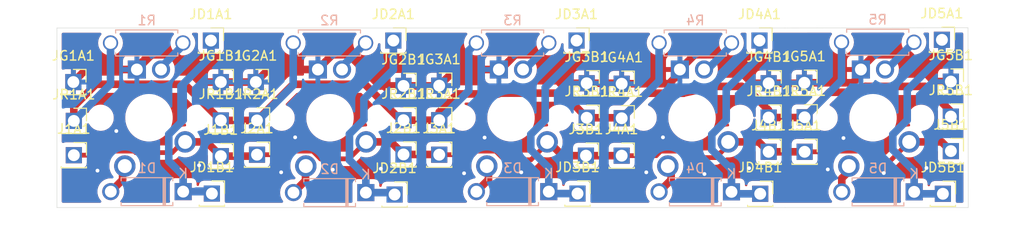
<source format=kicad_pcb>
(kicad_pcb (version 20190905) (host pcbnew "5.99.0-unknown-5b8661f~86~ubuntu18.04.1")
  (layers (0 "F.Cu" signal) (31 "B.Cu" signal) (34 "B.Paste" user) (35 "F.Paste" user) (36 "B.SilkS" user) (37 "F.SilkS" user) (38 "B.Mask" user) (39 "F.Mask" user) (44 "Edge.Cuts" user))
  (net 0 "")
  (net 1 "Net-(D4-Pad2)")
  (net 2 "Net-(D1-Pad2)")
  (net 3 "Net-(D3-Pad2)")
  (net 4 "Net-(D2-Pad2)")
  (net 5 "Net-(J1-Pad1)")
  (net 6 "Net-(D1-Pad1)")
  (net 7 "Net-(D4-Pad1)")
  (net 8 "Net-(D3-Pad1)")
  (net 9 "Net-(D2-Pad1)")
  (net 10 "Net-(J1-Pad3)")
  (net 11 "Net-(J2-Pad3)")
  (net 12 "Net-(J4-Pad3)")
  (net 13 "Net-(J3-Pad3)")
  (net 14 "/+5V")
  (net 15 "/GND")
  (net 16 "Net-(J5-Pad3)")
  (net 17 "Net-(D5-Pad2)")
  (net 18 "Net-(D5-Pad1)")
  (module "Connector_PinSocket_2.54mm:PinSocket_1x01_P2.54mm_Vertical" (layer "F.Cu") (at 112.8268 83.9978)
    (fp_text reference "JD5A1" (at 0 -2.77) (layer "F.SilkS"))
    (fp_text value "Conn_01x01_Female")
    (pad "1" thru_hole rect (at 0 0) (size 1.7 1.7) (drill 1.25) (layers *.Cu *.Mask) (net 18 "Net-(D5-Pad1)"))
  )
  (module "Connector_PinSocket_2.54mm:PinSocket_1x01_P2.54mm_Vertical" (layer "F.Cu") (at 98.3742 92.1512)
    (fp_text reference "JR5A1" (at 0 -2.77) (layer "F.SilkS"))
    (fp_text value "Conn_01x01_Female")
    (pad "1" thru_hole rect (at 0 0) (size 1.7 1.7) (drill 1.25) (layers *.Cu *.Mask) (net 14 "/+5V"))
  )
  (module "Connector_PinSocket_2.54mm:PinSocket_1x01_P2.54mm_Vertical" (layer "F.Cu") (at 113.7666 95.7072)
    (fp_text reference "J5B1" (at 0 -2.77) (layer "F.SilkS"))
    (fp_text value "Conn_01x01_Female")
    (pad "1" thru_hole rect (at 0 0) (size 1.7 1.7) (drill 1.25) (layers *.Cu *.Mask) (net 5 "Net-(J1-Pad1)"))
  )
  (module "Connector_PinSocket_2.54mm:PinSocket_1x01_P2.54mm_Vertical" (layer "F.Cu") (at 113.7666 92.075)
    (fp_text reference "JR5B1" (at 0 -2.77) (layer "F.SilkS"))
    (fp_text value "Conn_01x01_Female")
    (pad "1" thru_hole rect (at 0 0) (size 1.7 1.7) (drill 1.25) (layers *.Cu *.Mask) (net 14 "/+5V"))
  )
  (module "Connector_PinSocket_2.54mm:PinSocket_1x01_P2.54mm_Vertical" (layer "F.Cu") (at 113.7666 88.392)
    (fp_text reference "JG5B1" (at 0 -2.77) (layer "F.SilkS"))
    (fp_text value "Conn_01x01_Female")
    (pad "1" thru_hole rect (at 0 0) (size 1.7 1.7) (drill 1.25) (layers *.Cu *.Mask) (net 15 "/GND"))
  )
  (module "Connector_PinSocket_2.54mm:PinSocket_1x01_P2.54mm_Vertical" (layer "F.Cu") (at 98.3488 88.519)
    (fp_text reference "JG5A1" (at 0 -2.77) (layer "F.SilkS"))
    (fp_text value "Conn_01x01_Female")
    (pad "1" thru_hole rect (at 0 0) (size 1.7 1.7) (drill 1.25) (layers *.Cu *.Mask) (net 15 "/GND"))
  )
  (module "Connector_PinSocket_2.54mm:PinSocket_1x01_P2.54mm_Vertical" (layer "F.Cu") (at 98.3742 95.7834)
    (fp_text reference "J5A1" (at 0 -2.77) (layer "F.SilkS"))
    (fp_text value "Conn_01x01_Female")
    (pad "1" thru_hole rect (at 0 0) (size 1.7 1.7) (drill 1.25) (layers *.Cu *.Mask) (net 5 "Net-(J1-Pad1)"))
  )
  (module "Connector_PinSocket_2.54mm:PinSocket_1x01_P2.54mm_Vertical" (layer "F.Cu") (at 112.9284 100.203)
    (fp_text reference "JD5B1" (at 0 -2.77) (layer "F.SilkS"))
    (fp_text value "Conn_01x01_Female")
    (pad "1" thru_hole rect (at 0 0) (size 1.7 1.7) (drill 1.25) (layers *.Cu *.Mask) (net 18 "Net-(D5-Pad1)"))
  )
  (module "Diode_THT:D_A-405_P7.62mm_Horizontal" (layer "B.Cu") (at 109.9058 99.9998 180)
    (fp_text reference "D5" (at 3.81 2.47) (layer "B.SilkS") (effects (justify mirror)))
    (fp_text value "D")
    (fp_text user "K" (at 0 1.9) (layer "B.SilkS") (effects (justify mirror)))
    (pad "2" thru_hole oval (at 7.62 0 180) (size 1.8 1.8) (drill 1.25) (layers *.Cu *.Mask) (net 17 "Net-(D5-Pad2)"))
    (pad "1" thru_hole rect (at 0 0 180) (size 1.8 1.8) (drill 1.25) (layers *.Cu *.Mask) (net 18 "Net-(D5-Pad1)"))
  )
  (module "MX_Alps_Hybrid:MXOnly-1U" (layer "F.Cu") (at 105.56875 92.202 180)
    (fp_text reference "J5")
    (fp_text value "Conn_01x04_Female")
    (pad "" np_thru_hole circle (at 5.08 0 228.0996) (size 1.75 1.75) (drill 1.75) (layers *.Cu *.Mask))
    (pad "" np_thru_hole circle (at -5.08 0 228.0996) (size 1.75 1.75) (drill 1.75) (layers *.Cu *.Mask))
    (pad "4" thru_hole rect (at 1.27 5.08 180) (size 1.905 1.905) (drill 1.25) (layers *.Cu "B.Mask") (net 15 "/GND"))
    (pad "3" thru_hole circle (at -1.27 5.08 180) (size 1.905 1.905) (drill 1.25) (layers *.Cu "B.Mask") (net 16 "Net-(J5-Pad3)"))
    (pad "1" thru_hole circle (at -3.81 -2.54 180) (size 2.25 2.25) (drill 1.47) (layers *.Cu "B.Mask") (net 5 "Net-(J1-Pad1)"))
    (pad "" np_thru_hole circle (at 0 0 180) (size 3.9878 3.9878) (drill 3.9878) (layers *.Cu *.Mask))
    (pad "2" thru_hole circle (at 2.54 -5.08 180) (size 2.25 2.25) (drill 1.47) (layers *.Cu "B.Mask") (net 17 "Net-(D5-Pad2)"))
  )
  (module "Resistor_THT:R_Axial_DIN0207_L6.3mm_D2.5mm_P7.62mm_Horizontal" (layer "B.Cu") (at 109.8804 84.2518 180)
    (fp_text reference "R5" (at 3.81 2.37) (layer "B.SilkS") (effects (justify mirror)))
    (fp_text value "R1K")
    (pad "2" thru_hole oval (at 7.62 0 180) (size 1.6 1.6) (drill 1.25) (layers *.Cu *.Mask) (net 14 "/+5V"))
    (pad "1" thru_hole circle (at 0 0 180) (size 1.6 1.6) (drill 1.25) (layers *.Cu *.Mask) (net 16 "Net-(J5-Pad3)"))
  )
  (module "MX_Alps_Hybrid:MXOnly-1U" (layer "F.Cu") (at 29.36875 92.202 180)
    (fp_text reference "J1")
    (fp_text value "Conn_01x04_Female")
    (pad "" np_thru_hole circle (at 5.08 0 228.0996) (size 1.75 1.75) (drill 1.75) (layers *.Cu *.Mask))
    (pad "" np_thru_hole circle (at -5.08 0 228.0996) (size 1.75 1.75) (drill 1.75) (layers *.Cu *.Mask))
    (pad "4" thru_hole rect (at 1.27 5.08 180) (size 1.905 1.905) (drill 1.25) (layers *.Cu "B.Mask") (net 15 "/GND"))
    (pad "3" thru_hole circle (at -1.27 5.08 180) (size 1.905 1.905) (drill 1.25) (layers *.Cu "B.Mask") (net 10 "Net-(J1-Pad3)"))
    (pad "1" thru_hole circle (at -3.81 -2.54 180) (size 2.25 2.25) (drill 1.47) (layers *.Cu "B.Mask") (net 5 "Net-(J1-Pad1)"))
    (pad "" np_thru_hole circle (at 0 0 180) (size 3.9878 3.9878) (drill 3.9878) (layers *.Cu *.Mask))
    (pad "2" thru_hole circle (at 2.54 -5.08 180) (size 2.25 2.25) (drill 1.47) (layers *.Cu "B.Mask") (net 2 "Net-(D1-Pad2)"))
  )
  (module "Connector_PinSocket_2.54mm:PinSocket_1x01_P2.54mm_Vertical" (layer "F.Cu") (at 55.0926 84.074)
    (fp_text reference "JD2A1" (at 0 -2.77) (layer "F.SilkS"))
    (fp_text value "Conn_01x01_Female")
    (pad "1" thru_hole rect (at 0 0) (size 1.7 1.7) (drill 1.25) (layers *.Cu *.Mask) (net 9 "Net-(D2-Pad1)"))
  )
  (module "Connector_PinSocket_2.54mm:PinSocket_1x01_P2.54mm_Vertical" (layer "F.Cu") (at 56.1594 88.8492)
    (fp_text reference "JG2B1" (at 0 -2.77) (layer "F.SilkS"))
    (fp_text value "Conn_01x01_Female")
    (pad "1" thru_hole rect (at 0 0) (size 1.7 1.7) (drill 1.25) (layers *.Cu *.Mask) (net 15 "/GND"))
  )
  (module "Connector_PinSocket_2.54mm:PinSocket_1x01_P2.54mm_Vertical" (layer "F.Cu") (at 56.1594 96.0628)
    (fp_text reference "J2B1" (at 0 -2.77) (layer "F.SilkS"))
    (fp_text value "Conn_01x01_Female")
    (pad "1" thru_hole rect (at 0 0) (size 1.7 1.7) (drill 1.25) (layers *.Cu *.Mask) (net 5 "Net-(J1-Pad1)"))
  )
  (module "Connector_PinSocket_2.54mm:PinSocket_1x01_P2.54mm_Vertical" (layer "F.Cu") (at 75.3618 96.1898)
    (fp_text reference "J3B1" (at 0 -2.77) (layer "F.SilkS"))
    (fp_text value "Conn_01x01_Female")
    (pad "1" thru_hole rect (at 0 0) (size 1.7 1.7) (drill 1.25) (layers *.Cu *.Mask) (net 5 "Net-(J1-Pad1)"))
  )
  (module "Connector_PinSocket_2.54mm:PinSocket_1x01_P2.54mm_Vertical" (layer "F.Cu") (at 74.4728 100.1776)
    (fp_text reference "JD3B1" (at 0 -2.77) (layer "F.SilkS"))
    (fp_text value "Conn_01x01_Female")
    (pad "1" thru_hole rect (at 0 0) (size 1.7 1.7) (drill 1.25) (layers *.Cu *.Mask) (net 8 "Net-(D3-Pad1)"))
  )
  (module "Connector_PinSocket_2.54mm:PinSocket_1x01_P2.54mm_Vertical" (layer "F.Cu") (at 74.3712 84.074)
    (fp_text reference "JD3A1" (at 0 -2.77) (layer "F.SilkS"))
    (fp_text value "Conn_01x01_Female")
    (pad "1" thru_hole rect (at 0 0) (size 1.7 1.7) (drill 1.25) (layers *.Cu *.Mask) (net 8 "Net-(D3-Pad1)"))
  )
  (module "Connector_PinSocket_2.54mm:PinSocket_1x01_P2.54mm_Vertical" (layer "F.Cu") (at 59.9186 96.0882)
    (fp_text reference "J3A1" (at 0 -2.77) (layer "F.SilkS"))
    (fp_text value "Conn_01x01_Female")
    (pad "1" thru_hole rect (at 0 0) (size 1.7 1.7) (drill 1.25) (layers *.Cu *.Mask) (net 5 "Net-(J1-Pad1)"))
  )
  (module "Connector_PinSocket_2.54mm:PinSocket_1x01_P2.54mm_Vertical" (layer "F.Cu") (at 59.9186 92.456)
    (fp_text reference "JR3A1" (at 0 -2.77) (layer "F.SilkS"))
    (fp_text value "Conn_01x01_Female")
    (pad "1" thru_hole rect (at 0 0) (size 1.7 1.7) (drill 1.25) (layers *.Cu *.Mask) (net 14 "/+5V"))
  )
  (module "Connector_PinSocket_2.54mm:PinSocket_1x01_P2.54mm_Vertical" (layer "F.Cu") (at 56.1594 92.456)
    (fp_text reference "JR2B1" (at 0 -2.77) (layer "F.SilkS"))
    (fp_text value "Conn_01x01_Female")
    (pad "1" thru_hole rect (at 0 0) (size 1.7 1.7) (drill 1.25) (layers *.Cu *.Mask) (net 14 "/+5V"))
  )
  (module "Connector_PinSocket_2.54mm:PinSocket_1x01_P2.54mm_Vertical" (layer "F.Cu") (at 59.9186 88.8238)
    (fp_text reference "JG3A1" (at 0 -2.77) (layer "F.SilkS"))
    (fp_text value "Conn_01x01_Female")
    (pad "1" thru_hole rect (at 0 0) (size 1.7 1.7) (drill 1.25) (layers *.Cu *.Mask) (net 15 "/GND"))
  )
  (module "Connector_PinSocket_2.54mm:PinSocket_1x01_P2.54mm_Vertical" (layer "F.Cu") (at 40.7416 92.4814)
    (fp_text reference "JR2A1" (at 0 -2.77) (layer "F.SilkS"))
    (fp_text value "Conn_01x01_Female")
    (pad "1" thru_hole rect (at 0 0) (size 1.7 1.7) (drill 1.25) (layers *.Cu *.Mask) (net 14 "/+5V"))
  )
  (module "Connector_PinSocket_2.54mm:PinSocket_1x01_P2.54mm_Vertical" (layer "F.Cu") (at 75.438 92.202)
    (fp_text reference "JR3B1" (at 0 -2.77) (layer "F.SilkS"))
    (fp_text value "Conn_01x01_Female")
    (pad "1" thru_hole rect (at 0 0) (size 1.7 1.7) (drill 1.25) (layers *.Cu *.Mask) (net 14 "/+5V"))
  )
  (module "Connector_PinSocket_2.54mm:PinSocket_1x01_P2.54mm_Vertical" (layer "F.Cu") (at 75.438 88.5698)
    (fp_text reference "JG3B1" (at 0 -2.77) (layer "F.SilkS"))
    (fp_text value "Conn_01x01_Female")
    (pad "1" thru_hole rect (at 0 0) (size 1.7 1.7) (drill 1.25) (layers *.Cu *.Mask) (net 15 "/GND"))
  )
  (module "Connector_PinSocket_2.54mm:PinSocket_1x01_P2.54mm_Vertical" (layer "F.Cu") (at 94.5896 92.1766)
    (fp_text reference "JR4B1" (at 0 -2.77) (layer "F.SilkS"))
    (fp_text value "Conn_01x01_Female")
    (pad "1" thru_hole rect (at 0 0) (size 1.7 1.7) (drill 1.25) (layers *.Cu *.Mask) (net 14 "/+5V"))
  )
  (module "Connector_PinSocket_2.54mm:PinSocket_1x01_P2.54mm_Vertical" (layer "F.Cu") (at 94.5896 95.7834)
    (fp_text reference "J4B1" (at 0 -2.77) (layer "F.SilkS"))
    (fp_text value "Conn_01x01_Female")
    (pad "1" thru_hole rect (at 0 0) (size 1.7 1.7) (drill 1.25) (layers *.Cu *.Mask) (net 5 "Net-(J1-Pad1)"))
  )
  (module "Connector_PinSocket_2.54mm:PinSocket_1x01_P2.54mm_Vertical" (layer "F.Cu") (at 40.7416 96.0882)
    (fp_text reference "J2A1" (at 0 -2.77) (layer "F.SilkS"))
    (fp_text value "Conn_01x01_Female")
    (pad "1" thru_hole rect (at 0 0) (size 1.7 1.7) (drill 1.25) (layers *.Cu *.Mask) (net 5 "Net-(J1-Pad1)"))
  )
  (module "Connector_PinSocket_2.54mm:PinSocket_1x01_P2.54mm_Vertical" (layer "F.Cu") (at 21.463 96.139)
    (fp_text reference "J1A1" (at 0 -2.77) (layer "F.SilkS"))
    (fp_text value "Conn_01x01_Female")
    (pad "1" thru_hole rect (at 0 0) (size 1.7 1.7) (drill 1.25) (layers *.Cu *.Mask) (net 5 "Net-(J1-Pad1)"))
  )
  (module "Connector_PinSocket_2.54mm:PinSocket_1x01_P2.54mm_Vertical" (layer "F.Cu") (at 35.8902 84.074)
    (fp_text reference "JD1A1" (at 0 -2.77) (layer "F.SilkS"))
    (fp_text value "Conn_01x01_Female")
    (pad "1" thru_hole rect (at 0 0) (size 1.7 1.7) (drill 1.25) (layers *.Cu *.Mask) (net 6 "Net-(D1-Pad1)"))
  )
  (module "Connector_PinSocket_2.54mm:PinSocket_1x01_P2.54mm_Vertical" (layer "F.Cu") (at 21.4122 88.4428)
    (fp_text reference "JG1A1" (at 0 -2.77) (layer "F.SilkS"))
    (fp_text value "Conn_01x01_Female")
    (pad "1" thru_hole rect (at 0 0) (size 1.7 1.7) (drill 1.25) (layers *.Cu *.Mask) (net 15 "/GND"))
  )
  (module "Connector_PinSocket_2.54mm:PinSocket_1x01_P2.54mm_Vertical" (layer "F.Cu") (at 21.463 92.5322)
    (fp_text reference "JR1A1" (at 0 -2.77) (layer "F.SilkS"))
    (fp_text value "Conn_01x01_Female")
    (pad "1" thru_hole rect (at 0 0) (size 1.7 1.7) (drill 1.25) (layers *.Cu *.Mask) (net 14 "/+5V"))
  )
  (module "Connector_PinSocket_2.54mm:PinSocket_1x01_P2.54mm_Vertical" (layer "F.Cu") (at 35.9918 100.1776)
    (fp_text reference "JD1B1" (at 0 -2.77) (layer "F.SilkS"))
    (fp_text value "Conn_01x01_Female")
    (pad "1" thru_hole rect (at 0 0) (size 1.7 1.7) (drill 1.25) (layers *.Cu *.Mask) (net 6 "Net-(D1-Pad1)"))
  )
  (module "Connector_PinSocket_2.54mm:PinSocket_1x01_P2.54mm_Vertical" (layer "F.Cu") (at 36.9316 96.2406)
    (fp_text reference "J1B1" (at 0 -2.77) (layer "F.SilkS"))
    (fp_text value "Conn_01x01_Female")
    (pad "1" thru_hole rect (at 0 0) (size 1.7 1.7) (drill 1.25) (layers *.Cu *.Mask) (net 5 "Net-(J1-Pad1)"))
  )
  (module "Connector_PinSocket_2.54mm:PinSocket_1x01_P2.54mm_Vertical" (layer "F.Cu") (at 36.9316 88.4428)
    (fp_text reference "JG1B1" (at 0 -2.77) (layer "F.SilkS"))
    (fp_text value "Conn_01x01_Female")
    (pad "1" thru_hole rect (at 0 0) (size 1.7 1.7) (drill 1.25) (layers *.Cu *.Mask) (net 15 "/GND"))
  )
  (module "Connector_PinSocket_2.54mm:PinSocket_1x01_P2.54mm_Vertical" (layer "F.Cu") (at 79.121 92.2528)
    (fp_text reference "JR4A1" (at 0 -2.77) (layer "F.SilkS"))
    (fp_text value "Conn_01x01_Female")
    (pad "1" thru_hole rect (at 0 0) (size 1.7 1.7) (drill 1.25) (layers *.Cu *.Mask) (net 14 "/+5V"))
  )
  (module "Connector_PinSocket_2.54mm:PinSocket_1x01_P2.54mm_Vertical" (layer "F.Cu") (at 93.7006 100.203)
    (fp_text reference "JD4B1" (at 0 -2.77) (layer "F.SilkS"))
    (fp_text value "Conn_01x01_Female")
    (pad "1" thru_hole rect (at 0 0) (size 1.7 1.7) (drill 1.25) (layers *.Cu *.Mask) (net 7 "Net-(D4-Pad1)"))
  )
  (module "Connector_PinSocket_2.54mm:PinSocket_1x01_P2.54mm_Vertical" (layer "F.Cu") (at 79.121 96.1898)
    (fp_text reference "J4A1" (at 0 -2.77) (layer "F.SilkS"))
    (fp_text value "Conn_01x01_Female")
    (pad "1" thru_hole rect (at 0 0) (size 1.7 1.7) (drill 1.25) (layers *.Cu *.Mask) (net 5 "Net-(J1-Pad1)"))
  )
  (module "Connector_PinSocket_2.54mm:PinSocket_1x01_P2.54mm_Vertical" (layer "F.Cu") (at 79.121 88.6206)
    (fp_text reference "JG4A1" (at 0 -2.77) (layer "F.SilkS"))
    (fp_text value "Conn_01x01_Female")
    (pad "1" thru_hole rect (at 0 0) (size 1.7 1.7) (drill 1.25) (layers *.Cu *.Mask) (net 15 "/GND"))
  )
  (module "Connector_PinSocket_2.54mm:PinSocket_1x01_P2.54mm_Vertical" (layer "F.Cu") (at 94.5896 88.5698)
    (fp_text reference "JG4B1" (at 0 -2.77) (layer "F.SilkS"))
    (fp_text value "Conn_01x01_Female")
    (pad "1" thru_hole rect (at 0 0) (size 1.7 1.7) (drill 1.25) (layers *.Cu *.Mask) (net 15 "/GND"))
  )
  (module "Connector_PinSocket_2.54mm:PinSocket_1x01_P2.54mm_Vertical" (layer "F.Cu") (at 93.6244 84.074)
    (fp_text reference "JD4A1" (at 0 -2.77) (layer "F.SilkS"))
    (fp_text value "Conn_01x01_Female")
    (pad "1" thru_hole rect (at 0 0) (size 1.7 1.7) (drill 1.25) (layers *.Cu *.Mask) (net 7 "Net-(D4-Pad1)"))
  )
  (module "Connector_PinSocket_2.54mm:PinSocket_1x01_P2.54mm_Vertical" (layer "F.Cu") (at 40.6146 88.4428)
    (fp_text reference "JG2A1" (at 0 -2.77) (layer "F.SilkS"))
    (fp_text value "Conn_01x01_Female")
    (pad "1" thru_hole rect (at 0 0) (size 1.7 1.7) (drill 1.25) (layers *.Cu *.Mask) (net 15 "/GND"))
  )
  (module "Connector_PinSocket_2.54mm:PinSocket_1x01_P2.54mm_Vertical" (layer "F.Cu") (at 55.2196 100.2792)
    (fp_text reference "JD2B1" (at 0 -2.77) (layer "F.SilkS"))
    (fp_text value "Conn_01x01_Female")
    (pad "1" thru_hole rect (at 0 0) (size 1.7 1.7) (drill 1.25) (layers *.Cu *.Mask) (net 9 "Net-(D2-Pad1)"))
  )
  (module "Connector_PinSocket_2.54mm:PinSocket_1x01_P2.54mm_Vertical" (layer "F.Cu") (at 36.9316 92.4814)
    (fp_text reference "JR1B1" (at 0 -2.77) (layer "F.SilkS"))
    (fp_text value "Conn_01x01_Female")
    (pad "1" thru_hole rect (at 0 0) (size 1.7 1.7) (drill 1.25) (layers *.Cu *.Mask) (net 14 "/+5V"))
  )
  (module "Diode_THT:D_A-405_P7.62mm_Horizontal" (layer "B.Cu") (at 52.197 100.076 180)
    (fp_text reference "D2" (at 3.81 2.47) (layer "B.SilkS") (effects (justify mirror)))
    (fp_text value "D")
    (fp_text user "K" (at 0 1.9) (layer "B.SilkS") (effects (justify mirror)))
    (pad "2" thru_hole oval (at 7.62 0 180) (size 1.8 1.8) (drill 1.25) (layers *.Cu *.Mask) (net 4 "Net-(D2-Pad2)"))
    (pad "1" thru_hole rect (at 0 0 180) (size 1.8 1.8) (drill 1.25) (layers *.Cu *.Mask) (net 9 "Net-(D2-Pad1)"))
  )
  (module "Diode_THT:D_A-405_P7.62mm_Horizontal" (layer "B.Cu") (at 71.4502 99.9744 180)
    (fp_text reference "D3" (at 3.81 2.47) (layer "B.SilkS") (effects (justify mirror)))
    (fp_text value "D")
    (fp_text user "K" (at 0 1.9) (layer "B.SilkS") (effects (justify mirror)))
    (pad "2" thru_hole oval (at 7.62 0 180) (size 1.8 1.8) (drill 1.25) (layers *.Cu *.Mask) (net 3 "Net-(D3-Pad2)"))
    (pad "1" thru_hole rect (at 0 0 180) (size 1.8 1.8) (drill 1.25) (layers *.Cu *.Mask) (net 8 "Net-(D3-Pad1)"))
  )
  (module "Diode_THT:D_A-405_P7.62mm_Horizontal" (layer "B.Cu") (at 90.678 99.9998 180)
    (fp_text reference "D4" (at 3.81 2.47) (layer "B.SilkS") (effects (justify mirror)))
    (fp_text value "D")
    (fp_text user "K" (at 0 1.9) (layer "B.SilkS") (effects (justify mirror)))
    (pad "2" thru_hole oval (at 7.62 0 180) (size 1.8 1.8) (drill 1.25) (layers *.Cu *.Mask) (net 1 "Net-(D4-Pad2)"))
    (pad "1" thru_hole rect (at 0 0 180) (size 1.8 1.8) (drill 1.25) (layers *.Cu *.Mask) (net 7 "Net-(D4-Pad1)"))
  )
  (module "Diode_THT:D_A-405_P7.62mm_Horizontal" (layer "B.Cu") (at 32.9692 99.9744 180)
    (fp_text reference "D1" (at 3.81 2.47) (layer "B.SilkS") (effects (justify mirror)))
    (fp_text value "D")
    (fp_text user "K" (at 0 1.9) (layer "B.SilkS") (effects (justify mirror)))
    (pad "2" thru_hole oval (at 7.62 0 180) (size 1.8 1.8) (drill 1.25) (layers *.Cu *.Mask) (net 2 "Net-(D1-Pad2)"))
    (pad "1" thru_hole rect (at 0 0 180) (size 1.8 1.8) (drill 1.25) (layers *.Cu *.Mask) (net 6 "Net-(D1-Pad1)"))
  )
  (module "MX_Alps_Hybrid:MXOnly-1U" (layer "F.Cu") (at 67.46875 92.202 180)
    (fp_text reference "J3")
    (fp_text value "Conn_01x04_Female")
    (pad "" np_thru_hole circle (at 5.08 0 228.0996) (size 1.75 1.75) (drill 1.75) (layers *.Cu *.Mask))
    (pad "" np_thru_hole circle (at -5.08 0 228.0996) (size 1.75 1.75) (drill 1.75) (layers *.Cu *.Mask))
    (pad "4" thru_hole rect (at 1.27 5.08 180) (size 1.905 1.905) (drill 1.25) (layers *.Cu "B.Mask") (net 15 "/GND"))
    (pad "3" thru_hole circle (at -1.27 5.08 180) (size 1.905 1.905) (drill 1.25) (layers *.Cu "B.Mask") (net 13 "Net-(J3-Pad3)"))
    (pad "1" thru_hole circle (at -3.81 -2.54 180) (size 2.25 2.25) (drill 1.47) (layers *.Cu "B.Mask") (net 5 "Net-(J1-Pad1)"))
    (pad "" np_thru_hole circle (at 0 0 180) (size 3.9878 3.9878) (drill 3.9878) (layers *.Cu *.Mask))
    (pad "2" thru_hole circle (at 2.54 -5.08 180) (size 2.25 2.25) (drill 1.47) (layers *.Cu "B.Mask") (net 3 "Net-(D3-Pad2)"))
  )
  (module "MX_Alps_Hybrid:MXOnly-1U" (layer "F.Cu") (at 86.51875 92.202 180)
    (fp_text reference "J4")
    (fp_text value "Conn_01x04_Female")
    (pad "" np_thru_hole circle (at 5.08 0 228.0996) (size 1.75 1.75) (drill 1.75) (layers *.Cu *.Mask))
    (pad "" np_thru_hole circle (at -5.08 0 228.0996) (size 1.75 1.75) (drill 1.75) (layers *.Cu *.Mask))
    (pad "4" thru_hole rect (at 1.27 5.08 180) (size 1.905 1.905) (drill 1.25) (layers *.Cu "B.Mask") (net 15 "/GND"))
    (pad "3" thru_hole circle (at -1.27 5.08 180) (size 1.905 1.905) (drill 1.25) (layers *.Cu "B.Mask") (net 12 "Net-(J4-Pad3)"))
    (pad "1" thru_hole circle (at -3.81 -2.54 180) (size 2.25 2.25) (drill 1.47) (layers *.Cu "B.Mask") (net 5 "Net-(J1-Pad1)"))
    (pad "" np_thru_hole circle (at 0 0 180) (size 3.9878 3.9878) (drill 3.9878) (layers *.Cu *.Mask))
    (pad "2" thru_hole circle (at 2.54 -5.08 180) (size 2.25 2.25) (drill 1.47) (layers *.Cu "B.Mask") (net 1 "Net-(D4-Pad2)"))
  )
  (module "MX_Alps_Hybrid:MXOnly-1U" (layer "F.Cu") (at 48.41875 92.202 180)
    (fp_text reference "J2")
    (fp_text value "Conn_01x04_Female")
    (pad "" np_thru_hole circle (at 5.08 0 228.0996) (size 1.75 1.75) (drill 1.75) (layers *.Cu *.Mask))
    (pad "" np_thru_hole circle (at -5.08 0 228.0996) (size 1.75 1.75) (drill 1.75) (layers *.Cu *.Mask))
    (pad "4" thru_hole rect (at 1.27 5.08 180) (size 1.905 1.905) (drill 1.25) (layers *.Cu "B.Mask") (net 15 "/GND"))
    (pad "3" thru_hole circle (at -1.27 5.08 180) (size 1.905 1.905) (drill 1.25) (layers *.Cu "B.Mask") (net 11 "Net-(J2-Pad3)"))
    (pad "1" thru_hole circle (at -3.81 -2.54 180) (size 2.25 2.25) (drill 1.47) (layers *.Cu "B.Mask") (net 5 "Net-(J1-Pad1)"))
    (pad "" np_thru_hole circle (at 0 0 180) (size 3.9878 3.9878) (drill 3.9878) (layers *.Cu *.Mask))
    (pad "2" thru_hole circle (at 2.54 -5.08 180) (size 2.25 2.25) (drill 1.47) (layers *.Cu "B.Mask") (net 4 "Net-(D2-Pad2)"))
  )
  (module "Resistor_THT:R_Axial_DIN0207_L6.3mm_D2.5mm_P7.62mm_Horizontal" (layer "B.Cu") (at 71.4502 84.328 180)
    (fp_text reference "R3" (at 3.81 2.37) (layer "B.SilkS") (effects (justify mirror)))
    (fp_text value "R1K")
    (pad "2" thru_hole oval (at 7.62 0 180) (size 1.6 1.6) (drill 1.25) (layers *.Cu *.Mask) (net 14 "/+5V"))
    (pad "1" thru_hole circle (at 0 0 180) (size 1.6 1.6) (drill 1.25) (layers *.Cu *.Mask) (net 13 "Net-(J3-Pad3)"))
  )
  (module "Resistor_THT:R_Axial_DIN0207_L6.3mm_D2.5mm_P7.62mm_Horizontal" (layer "B.Cu") (at 90.678 84.328 180)
    (fp_text reference "R4" (at 3.81 2.37) (layer "B.SilkS") (effects (justify mirror)))
    (fp_text value "R1K")
    (pad "2" thru_hole oval (at 7.62 0 180) (size 1.6 1.6) (drill 1.25) (layers *.Cu *.Mask) (net 14 "/+5V"))
    (pad "1" thru_hole circle (at 0 0 180) (size 1.6 1.6) (drill 1.25) (layers *.Cu *.Mask) (net 12 "Net-(J4-Pad3)"))
  )
  (module "Resistor_THT:R_Axial_DIN0207_L6.3mm_D2.5mm_P7.62mm_Horizontal" (layer "B.Cu") (at 52.1716 84.328 180)
    (fp_text reference "R2" (at 3.81 2.37) (layer "B.SilkS") (effects (justify mirror)))
    (fp_text value "R1K")
    (pad "2" thru_hole oval (at 7.62 0 180) (size 1.6 1.6) (drill 1.25) (layers *.Cu *.Mask) (net 14 "/+5V"))
    (pad "1" thru_hole circle (at 0 0 180) (size 1.6 1.6) (drill 1.25) (layers *.Cu *.Mask) (net 11 "Net-(J2-Pad3)"))
  )
  (module "Resistor_THT:R_Axial_DIN0207_L6.3mm_D2.5mm_P7.62mm_Horizontal" (layer "B.Cu") (at 32.9438 84.328 180)
    (fp_text reference "R1" (at 3.81 2.37) (layer "B.SilkS") (effects (justify mirror)))
    (fp_text value "R1K")
    (pad "2" thru_hole oval (at 7.62 0 180) (size 1.6 1.6) (drill 1.25) (layers *.Cu *.Mask) (net 14 "/+5V"))
    (pad "1" thru_hole circle (at 0 0 180) (size 1.6 1.6) (drill 1.25) (layers *.Cu *.Mask) (net 10 "Net-(J1-Pad3)"))
  )
  (gr_line (start 115.5954 101.6508) (end 96.3168 101.6508) (layer "Edge.Cuts") (width 0.05))
  (gr_line (start 115.57 82.7278) (end 115.5954 101.6508) (layer "Edge.Cuts") (width 0.05))
  (gr_line (start 96.3168 82.7532) (end 115.57 82.7278) (layer "Edge.Cuts") (width 0.05))
  (gr_line (start 19.685 82.7532) (end 19.685 101.6508) (layer "Edge.Cuts") (width 0.05))
  (gr_line (start 96.3168 82.7532) (end 19.685 82.7532) (layer "Edge.Cuts") (width 0.05))
  (gr_line (start 19.685 101.6508) (end 96.3168 101.6508) (layer "Edge.Cuts") (width 0.05))
  (segment (start 109.9312 94.742) (end 112.8014 94.742) (width 0.8) (layer "F.Cu") (net 5))
  (segment (start 112.8014 94.742) (end 113.7666 95.7072) (width 0.8) (layer "F.Cu") (net 5))
  (segment (start 112.9284 100.203) (end 110.109 100.203) (width 0.8) (layer "B.Cu") (net 18))
  (segment (start 102.2858 99.9998) (end 102.2858 98.5774) (width 0.8) (layer "F.Cu") (net 17))
  (segment (start 102.2858 98.5774) (end 103.5812 97.282) (width 0.8) (layer "F.Cu") (net 17))
  (segment (start 107.3912 86.741) (end 109.8804 84.2518) (width 0.8) (layer "B.Cu") (net 16))
  (via (at 111.2012 97.4852) (size 0.8) (drill 0.4) (layers "F.Cu" "B.Cu") (net 15))
  (via (at 106.7054 98.0186) (size 0.8) (drill 0.4) (layers "F.Cu" "B.Cu") (net 15))
  (via (at 100.8126 97.6376) (size 0.8) (drill 0.4) (layers "F.Cu" "B.Cu") (net 15))
  (via (at 102.4636 94.3356) (size 0.8) (drill 0.4) (layers "F.Cu" "B.Cu") (net 15))
  (segment (start 94.5896 88.5698) (end 98.298 88.5698) (width 0.8) (layer "F.Cu") (net 15))
  (segment (start 112.1166 88.392) (end 113.7666 88.392) (width 0.8) (layer "F.Cu") (net 15))
  (segment (start 111.948598 88.392) (end 112.1166 88.392) (width 0.8) (layer "F.Cu") (net 15))
  (segment (start 98.3488 88.519) (end 103.4542 88.519) (width 0.8) (layer "F.Cu") (net 15))
  (segment (start 103.4542 88.519) (end 104.8512 87.122) (width 0.8) (layer "F.Cu") (net 15))
  (via (at 83.4644 94.2594) (size 0.8) (drill 0.4) (layers "F.Cu" "B.Cu") (net 15))
  (via (at 64.6938 94.2848) (size 0.8) (drill 0.4) (layers "F.Cu" "B.Cu") (net 15))
  (via (at 44.7548 94.2594) (size 0.8) (drill 0.4) (layers "F.Cu" "B.Cu") (net 15))
  (via (at 25.9334 93.599) (size 0.8) (drill 0.4) (layers "F.Cu" "B.Cu") (net 15))
  (via (at 34.6456 97.2058) (size 0.8) (drill 0.4) (layers "F.Cu" "B.Cu") (net 15))
  (via (at 53.7718 97.5614) (size 0.8) (drill 0.4) (layers "F.Cu" "B.Cu") (net 15))
  (via (at 92.5322 97.5106) (size 0.8) (drill 0.4) (layers "F.Cu" "B.Cu") (net 15))
  (via (at 87.8332 98.1202) (size 0.8) (drill 0.4) (layers "F.Cu" "B.Cu") (net 15))
  (via (at 81.7118 97.9424) (size 0.8) (drill 0.4) (layers "F.Cu" "B.Cu") (net 15))
  (via (at 68.5546 97.9424) (size 0.8) (drill 0.4) (layers "F.Cu" "B.Cu") (net 15))
  (via (at 62.5348 98.044) (size 0.8) (drill 0.4) (layers "F.Cu" "B.Cu") (net 15))
  (via (at 48.7172 97.663) (size 0.8) (drill 0.4) (layers "F.Cu" "B.Cu") (net 15))
  (via (at 43.2816 97.9424) (size 0.8) (drill 0.4) (layers "F.Cu" "B.Cu") (net 15))
  (via (at 23.9522 97.7646) (size 0.8) (drill 0.4) (layers "F.Cu" "B.Cu") (net 15))
  (segment (start 59.9186 88.8238) (end 61.6204 87.122) (width 0.8) (layer "F.Cu") (net 15))
  (segment (start 61.6204 87.122) (end 66.3702 87.122) (width 0.8) (layer "F.Cu") (net 15))
  (segment (start 75.438 88.5698) (end 72.655702 88.5698) (width 0.8) (layer "F.Cu") (net 15))
  (segment (start 72.655702 88.5698) (end 69.655401 85.569499) (width 0.8) (layer "F.Cu") (net 15))
  (segment (start 67.922701 85.569499) (end 66.3702 87.122) (width 0.8) (layer "F.Cu") (net 15))
  (segment (start 69.655401 85.569499) (end 67.922701 85.569499) (width 0.8) (layer "F.Cu") (net 15))
  (segment (start 31.149001 85.569499) (end 29.416301 85.569499) (width 0.8) (layer "F.Cu") (net 15))
  (segment (start 29.416301 85.569499) (end 27.8638 87.122) (width 0.8) (layer "F.Cu") (net 15))
  (segment (start 56.1594 88.8492) (end 53.681902 88.8492) (width 0.8) (layer "F.Cu") (net 15))
  (segment (start 53.681902 88.8492) (end 50.402201 85.569499) (width 0.8) (layer "F.Cu") (net 15))
  (segment (start 50.402201 85.569499) (end 48.669501 85.569499) (width 0.8) (layer "F.Cu") (net 15))
  (segment (start 48.669501 85.569499) (end 47.117 87.122) (width 0.8) (layer "F.Cu") (net 15))
  (segment (start 79.121 88.6206) (end 84.0994 88.6206) (width 0.8) (layer "F.Cu") (net 15))
  (segment (start 84.0994 88.6206) (end 85.598 87.122) (width 0.8) (layer "F.Cu") (net 15))
  (segment (start 75.438 88.5698) (end 79.0702 88.5698) (width 0.8) (layer "F.Cu") (net 15))
  (segment (start 56.1594 88.8492) (end 59.8932 88.8492) (width 0.8) (layer "F.Cu") (net 15))
  (segment (start 36.9316 88.4428) (end 40.6146 88.4428) (width 0.8) (layer "F.Cu") (net 15))
  (segment (start 27.8638 87.122) (end 22.733 87.122) (width 0.8) (layer "F.Cu") (net 15))
  (segment (start 22.733 87.122) (end 21.4122 88.4428) (width 0.8) (layer "F.Cu") (net 15))
  (segment (start 47.117 87.122) (end 41.9354 87.122) (width 0.8) (layer "F.Cu") (net 15))
  (segment (start 41.9354 87.122) (end 40.6146 88.4428) (width 0.8) (layer "F.Cu") (net 15))
  (segment (start 94.5896 92.1766) (end 98.3488 92.1766) (width 0.8) (layer "F.Cu") (net 14))
  (segment (start 98.3742 92.1512) (end 102.2604 88.265) (width 0.8) (layer "B.Cu") (net 14))
  (segment (start 102.2604 88.265) (end 102.2604 84.2518) (width 0.8) (layer "B.Cu") (net 14))
  (segment (start 79.121 92.2528) (end 81.75319 89.62061) (width 0.8) (layer "F.Cu") (net 14))
  (segment (start 85.610416 89.62061) (end 85.622927 89.608099) (width 0.8) (layer "F.Cu") (net 14))
  (segment (start 81.75319 89.62061) (end 85.610416 89.62061) (width 0.8) (layer "F.Cu") (net 14))
  (segment (start 40.7416 92.4814) (end 44.548499 88.674501) (width 0.8) (layer "F.Cu") (net 14))
  (segment (start 44.548499 88.674501) (end 52.092977 88.674501) (width 0.8) (layer "F.Cu") (net 14))
  (segment (start 52.092977 88.674501) (end 55.874476 92.456) (width 0.8) (layer "F.Cu") (net 14))
  (segment (start 21.463 91.0082) (end 23.796699 88.674501) (width 0.8) (layer "F.Cu") (net 14))
  (segment (start 21.463 92.5322) (end 21.463 91.0082) (width 0.8) (layer "F.Cu") (net 14))
  (segment (start 23.796699 88.674501) (end 32.788299 88.674501) (width 0.8) (layer "F.Cu") (net 14))
  (segment (start 83.058 88.3158) (end 79.121 92.2528) (width 0.8) (layer "B.Cu") (net 14))
  (segment (start 83.058 88.3158) (end 83.058 84.328) (width 0.8) (layer "B.Cu") (net 14))
  (segment (start 63.8302 84.328) (end 63.030201 85.127999) (width 0.8) (layer "B.Cu") (net 14))
  (segment (start 63.030201 85.127999) (end 63.030201 89.344399) (width 0.8) (layer "B.Cu") (net 14))
  (segment (start 63.030201 89.344399) (end 59.9186 92.456) (width 0.8) (layer "B.Cu") (net 14))
  (segment (start 75.438 92.202) (end 79.0702 92.202) (width 0.8) (layer "F.Cu") (net 14))
  (segment (start 56.1594 92.456) (end 59.9186 92.456) (width 0.8) (layer "F.Cu") (net 14))
  (segment (start 36.9316 92.4814) (end 40.7416 92.4814) (width 0.8) (layer "F.Cu") (net 14))
  (segment (start 40.844598 92.4814) (end 44.5516 88.774398) (width 0.8) (layer "B.Cu") (net 14))
  (segment (start 44.5516 88.774398) (end 44.5516 84.328) (width 0.8) (layer "B.Cu") (net 14))
  (segment (start 25.3238 84.328) (end 25.3238 88.6714) (width 0.8) (layer "B.Cu") (net 14))
  (segment (start 25.3238 88.6714) (end 21.463 92.5322) (width 0.8) (layer "B.Cu") (net 14))
  (segment (start 71.4502 84.582) (end 68.9102 87.122) (width 0.8) (layer "B.Cu") (net 13))
  (segment (start 90.678 84.582) (end 88.138 87.122) (width 0.8) (layer "B.Cu") (net 12))
  (segment (start 49.657 86.8426) (end 52.1716 84.328) (width 0.8) (layer "B.Cu") (net 11))
  (segment (start 32.9438 84.582) (end 30.4038 87.122) (width 0.8) (layer "B.Cu") (net 10))
  (segment (start 52.197 100.076) (end 55.0164 100.076) (width 0.8) (layer "B.Cu") (net 9))
  (segment (start 55.0926 84.074) (end 55.0926 87.135998) (width 0.8) (layer "B.Cu") (net 9))
  (segment (start 50.471999 96.650999) (end 52.197 98.376) (width 0.8) (layer "B.Cu") (net 9))
  (segment (start 55.0926 87.135998) (end 51.991999 90.236599) (width 0.8) (layer "B.Cu") (net 9))
  (segment (start 51.991999 90.236599) (end 51.991999 92.393999) (width 0.8) (layer "B.Cu") (net 9))
  (segment (start 51.991999 92.393999) (end 50.471999 93.913999) (width 0.8) (layer "B.Cu") (net 9))
  (segment (start 50.471999 93.913999) (end 50.471999 96.650999) (width 0.8) (layer "B.Cu") (net 9))
  (segment (start 52.197 98.376) (end 52.197 100.076) (width 0.8) (layer "B.Cu") (net 9))
  (segment (start 55.0926 84.074) (end 55.0926 85.424) (width 0.5) (layer "B.Cu") (net 9))
  (segment (start 55.0926 85.424) (end 54.792001 85.724599) (width 0.5) (layer "B.Cu") (net 9))
  (segment (start 74.4728 100.1776) (end 71.6534 100.1776) (width 0.8) (layer "B.Cu") (net 8))
  (segment (start 90.678 99.9998) (end 90.678 97.295002) (width 0.8) (layer "B.Cu") (net 7))
  (segment (start 90.8812 100.203) (end 93.7006 100.203) (width 0.8) (layer "B.Cu") (net 7))
  (segment (start 32.738799 92.435975) (end 32.738799 88.875401) (width 0.8) (layer "B.Cu") (net 6))
  (segment (start 32.738799 88.875401) (end 35.8902 85.724) (width 0.8) (layer "B.Cu") (net 6))
  (segment (start 32.9692 99.9744) (end 35.941 99.9744) (width 0.8) (layer "B.Cu") (net 6))
  (segment (start 34.3418 99.9236) (end 35.9918 99.9236) (width 0.8) (layer "B.Cu") (net 6))
  (segment (start 94.5896 95.7834) (end 98.3742 95.7834) (width 0.8) (layer "F.Cu") (net 5))
  (segment (start 99.7242 95.7834) (end 98.3742 95.7834) (width 0.5) (layer "F.Cu") (net 5))
  (segment (start 99.7242 95.7834) (end 99.8512 95.6564) (width 0.5) (layer "F.Cu") (net 5))
  (segment (start 27.813201 95.706999) (end 23.245001 95.706999) (width 0.5) (layer "F.Cu") (net 5))
  (segment (start 32.9438 94.742) (end 31.818801 95.866999) (width 0.5) (layer "F.Cu") (net 5))
  (segment (start 31.818801 95.866999) (end 27.973201 95.866999) (width 0.5) (layer "F.Cu") (net 5))
  (segment (start 27.973201 95.866999) (end 27.813201 95.706999) (width 0.5) (layer "F.Cu") (net 5))
  (segment (start 23.245001 95.706999) (end 22.813 96.139) (width 0.5) (layer "F.Cu") (net 5))
  (segment (start 22.813 96.139) (end 21.463 96.139) (width 0.5) (layer "F.Cu") (net 5))
  (segment (start 85.084001 95.706999) (end 83.236001 95.706999) (width 0.5) (layer "F.Cu") (net 5))
  (segment (start 79.121 96.1898) (end 82.7532 96.1898) (width 0.5) (layer "F.Cu") (net 5))
  (segment (start 82.7532 96.1898) (end 83.236001 95.706999) (width 0.5) (layer "F.Cu") (net 5))
  (segment (start 44.729601 95.706999) (end 46.603001 95.706999) (width 0.5) (layer "F.Cu") (net 5))
  (segment (start 40.7416 96.0882) (end 44.3484 96.0882) (width 0.5) (layer "F.Cu") (net 5))
  (segment (start 44.3484 96.0882) (end 44.729601 95.706999) (width 0.5) (layer "F.Cu") (net 5))
  (segment (start 65.856201 95.706999) (end 63.855399 95.706999) (width 0.5) (layer "F.Cu") (net 5))
  (segment (start 59.9186 96.0882) (end 63.474198 96.0882) (width 0.5) (layer "F.Cu") (net 5))
  (segment (start 63.474198 96.0882) (end 63.855399 95.706999) (width 0.5) (layer "F.Cu") (net 5))
  (segment (start 46.603001 95.706999) (end 47.422001 96.525999) (width 0.5) (layer "F.Cu") (net 5))
  (segment (start 47.422001 96.525999) (end 50.413001 96.525999) (width 0.5) (layer "F.Cu") (net 5))
  (segment (start 50.413001 96.525999) (end 52.197 94.742) (width 0.5) (layer "F.Cu") (net 5))
  (segment (start 89.0016 96.393) (end 85.770002 96.393) (width 0.5) (layer "F.Cu") (net 5))
  (segment (start 85.770002 96.393) (end 85.084001 95.706999) (width 0.5) (layer "F.Cu") (net 5))
  (segment (start 89.527601 95.866999) (end 89.0016 96.393) (width 0.5) (layer "F.Cu") (net 5))
  (segment (start 90.678 94.742) (end 89.553001 95.866999) (width 0.5) (layer "F.Cu") (net 5))
  (segment (start 89.553001 95.866999) (end 89.527601 95.866999) (width 0.5) (layer "F.Cu") (net 5))
  (segment (start 66.770802 96.6216) (end 69.5706 96.6216) (width 0.5) (layer "F.Cu") (net 5))
  (segment (start 69.5706 96.6216) (end 71.4502 94.742) (width 0.5) (layer "F.Cu") (net 5))
  (segment (start 65.856201 95.706999) (end 66.770802 96.6216) (width 0.5) (layer "F.Cu") (net 5))
  (segment (start 75.3618 96.1898) (end 72.898 96.1898) (width 0.8) (layer "F.Cu") (net 5))
  (segment (start 72.898 96.1898) (end 71.4502 94.742) (width 0.8) (layer "F.Cu") (net 5))
  (segment (start 75.3618 96.1898) (end 79.121 96.1898) (width 0.8) (layer "F.Cu") (net 5))
  (segment (start 56.1594 96.0628) (end 59.8932 96.0628) (width 0.8) (layer "F.Cu") (net 5))
  (segment (start 36.9316 96.2406) (end 40.5892 96.2406) (width 0.8) (layer "F.Cu") (net 5))
  (segment (start 32.9438 94.742) (end 35.433 94.742) (width 0.8) (layer "F.Cu") (net 5))
  (segment (start 35.433 94.742) (end 36.9316 96.2406) (width 0.8) (layer "F.Cu") (net 5))
  (segment (start 90.678 94.742) (end 93.5482 94.742) (width 0.8) (layer "F.Cu") (net 5))
  (segment (start 93.5482 94.742) (end 94.5896 95.7834) (width 0.8) (layer "F.Cu") (net 5))
  (segment (start 52.197 94.742) (end 54.8386 94.742) (width 0.8) (layer "F.Cu") (net 5))
  (segment (start 54.8386 94.742) (end 56.1594 96.0628) (width 0.8) (layer "F.Cu") (net 5))
  (segment (start 45.847 97.282) (end 45.847 98.806) (width 0.8) (layer "F.Cu") (net 4))
  (segment (start 45.847 98.806) (end 44.577 100.076) (width 0.8) (layer "F.Cu") (net 4))
  (segment (start 65.1002 97.282) (end 65.1002 98.7044) (width 0.8) (layer "F.Cu") (net 3))
  (segment (start 65.1002 98.7044) (end 63.8302 99.9744) (width 0.8) (layer "F.Cu") (net 3))
  (segment (start 26.5938 97.282) (end 26.5938 98.7298) (width 0.8) (layer "F.Cu") (net 2))
  (segment (start 26.5938 98.7298) (end 25.3492 99.9744) (width 0.8) (layer "F.Cu") (net 2))
  (segment (start 84.328 98.7298) (end 83.058 99.9998) (width 0.8) (layer "F.Cu") (net 1))
  (segment (start 84.328 97.282) (end 84.328 98.7298) (width 0.8) (layer "F.Cu") (net 1))
  (segment (start 92.9396 88.5698) (end 94.5896 88.5698) (width 0.8) (layer "F.Cu") (net 15))
  (segment (start 92.847798 88.5698) (end 92.9396 88.5698) (width 0.8) (layer "F.Cu") (net 15))
  (segment (start 89.847497 85.569499) (end 92.847798 88.5698) (width 0.8) (layer "F.Cu") (net 15))
  (segment (start 86.801251 85.569499) (end 89.847497 85.569499) (width 0.8) (layer "F.Cu") (net 15))
  (segment (start 85.24875 87.122) (end 86.801251 85.569499) (width 0.8) (layer "F.Cu") (net 15))
  (segment (start 90.123749 89.224651) (end 93.6244 85.724) (width 0.8) (layer "B.Cu") (net 7))
  (segment (start 88.603749 93.958751) (end 90.123749 92.438751) (width 0.8) (layer "B.Cu") (net 7))
  (segment (start 90.123749 92.438751) (end 90.123749 89.224651) (width 0.8) (layer "B.Cu") (net 7))
  (segment (start 88.603749 95.570001) (end 88.603749 93.958751) (width 0.8) (layer "B.Cu") (net 7))
  (segment (start 90.678 97.644252) (end 88.603749 95.570001) (width 0.8) (layer "B.Cu") (net 7))
  (segment (start 93.6244 85.724) (end 93.6244 84.074) (width 0.8) (layer "B.Cu") (net 7))
  (segment (start 109.173749 92.435975) (end 109.173749 89.300851) (width 0.8) (layer "B.Cu") (net 18))
  (segment (start 107.653749 93.955975) (end 109.173749 92.435975) (width 0.8) (layer "B.Cu") (net 18))
  (segment (start 112.8268 85.6478) (end 112.8268 83.9978) (width 0.8) (layer "B.Cu") (net 18))
  (segment (start 107.653749 95.570001) (end 107.653749 93.955975) (width 0.8) (layer "B.Cu") (net 18))
  (segment (start 109.9058 97.822052) (end 107.653749 95.570001) (width 0.8) (layer "B.Cu") (net 18))
  (segment (start 109.173749 89.300851) (end 112.8268 85.6478) (width 0.8) (layer "B.Cu") (net 18))
  (segment (start 109.9058 99.9998) (end 109.9058 97.822052) (width 0.8) (layer "B.Cu") (net 18))
  (segment (start 71.073749 89.021451) (end 74.3712 85.724) (width 0.8) (layer "B.Cu") (net 8))
  (segment (start 71.073749 92.435975) (end 71.073749 89.021451) (width 0.8) (layer "B.Cu") (net 8))
  (segment (start 74.3712 85.724) (end 74.3712 84.074) (width 0.8) (layer "B.Cu") (net 8))
  (segment (start 69.553749 93.955975) (end 71.073749 92.435975) (width 0.8) (layer "B.Cu") (net 8))
  (segment (start 69.553749 95.570001) (end 69.553749 93.955975) (width 0.8) (layer "B.Cu") (net 8))
  (segment (start 71.4502 97.466452) (end 69.553749 95.570001) (width 0.8) (layer "B.Cu") (net 8))
  (segment (start 71.4502 99.9744) (end 71.4502 97.466452) (width 0.8) (layer "B.Cu") (net 8))
  (segment (start 35.8902 85.724) (end 35.8902 84.074) (width 0.8) (layer "B.Cu") (net 6))
  (segment (start 32.973749 92.435975) (end 32.973749 88.640451) (width 0.8) (layer "B.Cu") (net 6))
  (segment (start 31.453749 93.955975) (end 32.973749 92.435975) (width 0.8) (layer "B.Cu") (net 6))
  (segment (start 31.453749 96.758949) (end 31.453749 93.955975) (width 0.8) (layer "B.Cu") (net 6))
  (segment (start 32.9692 98.2744) (end 31.453749 96.758949) (width 0.8) (layer "B.Cu") (net 6))
  (segment (start 32.9692 99.9744) (end 32.9692 98.2744) (width 0.8) (layer "B.Cu") (net 6))
  (segment (start 35.2816 88.4428) (end 36.9316 88.4428) (width 0.8) (layer "F.Cu") (net 15))
  (segment (start 34.986598 88.4428) (end 35.2816 88.4428) (width 0.8) (layer "F.Cu") (net 15))
  (segment (start 32.113297 85.569499) (end 34.986598 88.4428) (width 0.8) (layer "F.Cu") (net 15))
  (segment (start 29.651251 85.569499) (end 32.113297 85.569499) (width 0.8) (layer "F.Cu") (net 15))
  (segment (start 28.09875 87.122) (end 29.651251 85.569499) (width 0.8) (layer "F.Cu") (net 15))
  (segment (start 104.29875 86.995) (end 105.724251 85.569499) (width 0.8) (layer "F.Cu") (net 15))
  (segment (start 109.381999 85.569499) (end 109.5375 85.725) (width 0.8) (layer "F.Cu") (net 15))
  (segment (start 105.724251 85.569499) (end 109.381999 85.569499) (width 0.8) (layer "F.Cu") (net 15))
  (segment (start 109.126097 85.569499) (end 109.5375 85.725) (width 0.8) (layer "F.Cu") (net 15))
  (segment (start 109.5375 85.725) (end 111.948598 88.392) (width 0.8) (layer "F.Cu") (net 15))
  (segment (start 59.9186 91.603802) (end 61.828652 89.69375) (width 0.8) (layer "F.Cu") (net 14))
  (segment (start 59.9186 92.456) (end 59.9186 91.603802) (width 0.8) (layer "F.Cu") (net 14))
  (segment (start 72.939349 89.608099) (end 73.025 89.69375) (width 0.8) (layer "F.Cu") (net 14))
  (segment (start 66.223677 89.608099) (end 72.939349 89.608099) (width 0.8) (layer "F.Cu") (net 14))
  (segment (start 66.138026 89.69375) (end 66.223677 89.608099) (width 0.8) (layer "F.Cu") (net 14))
  (segment (start 61.828652 89.69375) (end 66.138026 89.69375) (width 0.8) (layer "F.Cu") (net 14))
  (segment (start 73.025 89.69375) (end 75.438 92.202) (width 0.8) (layer "F.Cu") (net 14))
  (segment (start 33.124701 88.674501) (end 32.788299 88.674501) (width 0.8) (layer "F.Cu") (net 14))
  (segment (start 36.9316 92.4814) (end 33.124701 88.674501) (width 0.8) (layer "F.Cu") (net 14))
  (segment (start 104.318001 95.706999) (end 104.438249 95.706999) (width 0.5) (layer "F.Cu") (net 5))
  (segment (start 99.800601 95.706999) (end 104.318001 95.706999) (width 0.5) (layer "F.Cu") (net 5))
  (segment (start 104.438249 95.706999) (end 105.56875 96.8375) (width 0.5) (layer "F.Cu") (net 5))
  (segment (start 107.28325 96.8375) (end 109.37875 94.742) (width 0.5) (layer "F.Cu") (net 5))
  (segment (start 105.56875 96.8375) (end 107.28325 96.8375) (width 0.5) (layer "F.Cu") (net 5))
  (segment (start 92.74481 89.56981) (end 92.433581 89.56981) (width 0.8) (layer "F.Cu") (net 14))
  (segment (start 94.5896 91.4146) (end 92.74481 89.56981) (width 0.8) (layer "F.Cu") (net 14))
  (segment (start 92.433581 89.56981) (end 91.763771 88.9) (width 0.8) (layer "F.Cu") (net 14))
  (segment (start 91.763771 88.9) (end 88.9 88.9) (width 0.8) (layer "F.Cu") (net 14))
  (segment (start 85.622927 89.608099) (end 88.9 88.9) (width 0.8) (layer "F.Cu") (net 14))
  (segment (start 111.61701 89.39201) (end 113.7666 91.5416) (width 0.8) (layer "F.Cu") (net 14))
  (segment (start 111.534381 89.39201) (end 111.61701 89.39201) (width 0.8) (layer "F.Cu") (net 14))
  (segment (start 111.042371 88.9) (end 111.534381 89.39201) (width 0.8) (layer "F.Cu") (net 14))
  (segment (start 98.3742 92.133548) (end 100.988738 89.51901) (width 0.8) (layer "F.Cu") (net 14))
  (segment (start 100.988738 89.51901) (end 104.15599 89.51901) (width 0.8) (layer "F.Cu") (net 14))
  (segment (start 104.15599 89.51901) (end 104.775 88.9) (width 0.8) (layer "F.Cu") (net 14))
  (segment (start 104.775 88.9) (end 111.042371 88.9) (width 0.8) (layer "F.Cu") (net 14))
  (zone (net 15) (net_name "/GND") (layer "F.Cu") (connect_pads (clearance 0.508)) (min_thickness 0.254) (fill yes (thermal_gap 0.508) (thermal_bridge_width 0.508))
    (polygon (pts (xy 18.2372 81.2038) (xy 116.7638 81.5594) (xy 116.5352 104.4448) (xy 17.2466 104.2162) (xy 17.8308 103.6828) (xy 17.3228 81.8896)))
  )
  (zone (net 15) (net_name "/GND") (layer "B.Cu") (connect_pads (clearance 0.508)) (min_thickness 0.254) (fill yes (thermal_gap 0.508) (thermal_bridge_width 0.508))
    (polygon (pts (xy 15.9512 80.137) (xy 117.5258 79.8068) (xy 118.0592 105.4354) (xy 16.4846 105.9942) (xy 15.5702 81.153)))
  )
)
</source>
